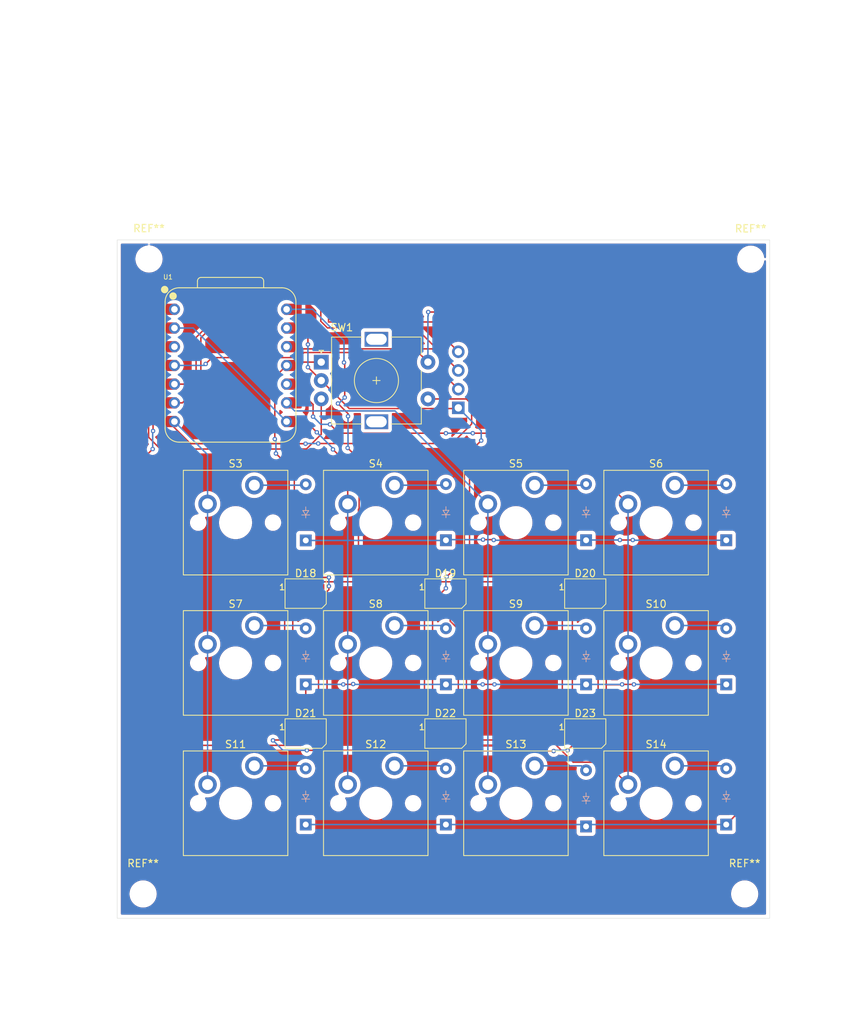
<source format=kicad_pcb>
(kicad_pcb (version 20241229) (generator "pcbnew") (generator_version "9.0")
  (layers (0 "F.Cu" signal) (2 "B.Cu" signal) (13 "F.Paste" user) (15 "B.Paste" user) (5 "F.SilkS" user "F.Silkscreen") (7 "B.SilkS" user "B.Silkscreen") (1 "F.Mask" user) (3 "B.Mask" user) (25 "Edge.Cuts" user))
  (net 0 "")
  (net 1 "ENc_B1")
  (net 2 "Net-(D3-A)")
  (net 3 "Net-(D4-A)")
  (net 4 "Net-(D5-A)")
  (net 5 "Net-(D6-A)")
  (net 6 "Net-(D7-A)")
  (net 7 "Net-(D8-A)")
  (net 8 "Net-(D9-A)")
  (net 9 "Net-(D10-A)")
  (net 10 "Net-(D11-A)")
  (net 11 "Net-(D12-A)")
  (net 12 "Net-(D13-A)")
  (net 13 "Net-(D14-A)")
  (net 14 "Net-(D18-DOUT)")
  (net 15 "SDA_dis")
  (net 16 "VCC_dis")
  (net 17 "ENc_C1")
  (net 18 "SCL_dis")
  (net 19 "Column 0")
  (net 20 "Column 1")
  (net 21 "Column 2")
  (net 22 "Column 3")
  (net 23 "Column_L 0")
  (net 24 "LED_VDD")
  (net 25 "Net-(D19-DOUT)")
  (net 26 "Column_L 2")
  (net 27 "Net-(D17-DOUT)")
  (net 28 "ENc_s2")
  (footprint "LED_SMD:LED_SK6812MINI_PLCC4_3.5x3.5mm_P1.75mm" (layer "F.Cu") (at 170.59 97.225)
    (property "Reference" "D20" (at 0 -2.75 0) (layer "F.SilkS"))
    (property "Value" "SK6812MINI")
    (fp_text user "1" (at -3.2 -0.875 0) (layer "F.SilkS") (effects (font (size 0.8 0.8))))
    (pad "1" smd rect (at -1.75 -0.875) (size 1.6 0.85) (layers "F.Cu" "F.Mask" "F.Paste") (net 27 "Net-(D17-DOUT)"))
    (pad "2" smd rect (at -1.75 0.875) (size 1.6 0.85) (layers "F.Cu" "F.Mask" "F.Paste") (net 17 "ENc_C1"))
    (pad "3" smd rect (at 1.75 0.875) (size 1.6 0.85) (layers "F.Cu" "F.Mask" "F.Paste") (net 26 "Column_L 2"))
    (pad "4" smd rect (at 1.75 -0.875) (size 1.6 0.85) (layers "F.Cu" "F.Mask" "F.Paste") (net 24 "LED_VDD"))
  )
  (footprint "ScottoKeebs_MX:MX_PCB_1.00u" (layer "F.Cu") (at 142.11875 106.64)
    (property "Reference" "S8" (at 0 -8 0) (layer "F.SilkS"))
    (property "Value" "~")
    (pad "" np_thru_hole circle (at -5.08 0) (size 1.75 1.75) (drill 1.75) (layers "*.Cu" "*.Mask"))
    (pad "" np_thru_hole circle (at 0 0) (size 4 4) (drill 4) (layers "*.Cu" "*.Mask"))
    (pad "" np_thru_hole circle (at 5.08 0) (size 1.75 1.75) (drill 1.75) (layers "*.Cu" "*.Mask"))
    (pad "1" thru_hole circle (at -3.81 -2.54) (size 2.5 2.5) (drill 1.5) (layers "*.Cu" "*.Mask") (net 20 "Column 1"))
    (pad "2" thru_hole circle (at 2.54 -5.08) (size 2.5 2.5) (drill 1.5) (layers "*.Cu" "*.Mask") (net 7 "Net-(D8-A)"))
  )
  (footprint "ScottoKeebs_MX:MX_PCB_1.00u" (layer "F.Cu") (at 123.06875 87.59)
    (property "Reference" "S3" (at 0 -8 0) (layer "F.SilkS"))
    (property "Value" "~")
    (pad "" np_thru_hole circle (at -5.08 0) (size 1.75 1.75) (drill 1.75) (layers "*.Cu" "*.Mask"))
    (pad "" np_thru_hole circle (at 0 0) (size 4 4) (drill 4) (layers "*.Cu" "*.Mask"))
    (pad "" np_thru_hole circle (at 5.08 0) (size 1.75 1.75) (drill 1.75) (layers "*.Cu" "*.Mask"))
    (pad "1" thru_hole circle (at -3.81 -2.54) (size 2.5 2.5) (drill 1.5) (layers "*.Cu" "*.Mask") (net 19 "Column 0"))
    (pad "2" thru_hole circle (at 2.54 -5.08) (size 2.5 2.5) (drill 1.5) (layers "*.Cu" "*.Mask") (net 2 "Net-(D3-A)"))
  )
  (footprint "ScottoKeebs_MX:MX_PCB_1.00u" (layer "F.Cu") (at 123.06875 125.69)
    (property "Reference" "S11" (at 0 -8 0) (layer "F.SilkS"))
    (property "Value" "~")
    (pad "" np_thru_hole circle (at -5.08 0) (size 1.75 1.75) (drill 1.75) (layers "*.Cu" "*.Mask"))
    (pad "" np_thru_hole circle (at 0 0) (size 4 4) (drill 4) (layers "*.Cu" "*.Mask"))
    (pad "" np_thru_hole circle (at 5.08 0) (size 1.75 1.75) (drill 1.75) (layers "*.Cu" "*.Mask"))
    (pad "1" thru_hole circle (at -3.81 -2.54) (size 2.5 2.5) (drill 1.5) (layers "*.Cu" "*.Mask") (net 19 "Column 0"))
    (pad "2" thru_hole circle (at 2.54 -5.08) (size 2.5 2.5) (drill 1.5) (layers "*.Cu" "*.Mask") (net 10 "Net-(D11-A)"))
  )
  (footprint "ScottoKeebs_Components:OLED_128x32" (layer "F.Cu") (at 151.74 62.21)
    (property "Reference" "J1" (hide yes))
    (property "Value" "OLED_128x32")
    (pad "1" thru_hole rect (at 1.6 9.8 180) (size 1.7 1.7) (drill 1) (layers "*.Cu" "*.Mask") (net 17 "ENc_C1"))
    (pad "2" thru_hole oval (at 1.6 7.26 180) (size 1.7 1.7) (drill 1) (layers "*.Cu" "*.Mask") (net 16 "VCC_dis"))
    (pad "3" thru_hole oval (at 1.6 4.72 180) (size 1.7 1.7) (drill 1) (layers "*.Cu" "*.Mask") (net 18 "SCL_dis"))
    (pad "4" thru_hole oval (at 1.6 2.18 180) (size 1.7 1.7) (drill 1) (layers "*.Cu" "*.Mask") (net 15 "SDA_dis"))
  )
  (footprint "LED_SMD:LED_SK6812MINI_PLCC4_3.5x3.5mm_P1.75mm" (layer "F.Cu") (at 170.59 116.225)
    (property "Reference" "D23" (at 0 -2.75 0) (layer "F.SilkS"))
    (property "Value" "SK6812MINI")
    (fp_text user "1" (at -3.2 -0.875 0) (layer "F.SilkS") (effects (font (size 0.8 0.8))))
    (pad "1" smd rect (at -1.75 -0.875) (size 1.6 0.85) (layers "F.Cu" "F.Mask" "F.Paste") (net 27 "Net-(D17-DOUT)"))
    (pad "2" smd rect (at -1.75 0.875) (size 1.6 0.85) (layers "F.Cu" "F.Mask" "F.Paste") (net 17 "ENc_C1"))
    (pad "3" smd rect (at 1.75 0.875) (size 1.6 0.85) (layers "F.Cu" "F.Mask" "F.Paste") (net 26 "Column_L 2"))
    (pad "4" smd rect (at 1.75 -0.875) (size 1.6 0.85) (layers "F.Cu" "F.Mask" "F.Paste") (net 24 "LED_VDD"))
  )
  (footprint "ScottoKeebs_MX:MX_PCB_1.00u" (layer "F.Cu") (at 180.21875 87.59)
    (property "Reference" "S6" (at 0 -8 0) (layer "F.SilkS"))
    (property "Value" "~")
    (pad "" np_thru_hole circle (at -5.08 0) (size 1.75 1.75) (drill 1.75) (layers "*.Cu" "*.Mask"))
    (pad "" np_thru_hole circle (at 0 0) (size 4 4) (drill 4) (layers "*.Cu" "*.Mask"))
    (pad "" np_thru_hole circle (at 5.08 0) (size 1.75 1.75) (drill 1.75) (layers "*.Cu" "*.Mask"))
    (pad "1" thru_hole circle (at -3.81 -2.54) (size 2.5 2.5) (drill 1.5) (layers "*.Cu" "*.Mask") (net 22 "Column 3"))
    (pad "2" thru_hole circle (at 2.54 -5.08) (size 2.5 2.5) (drill 1.5) (layers "*.Cu" "*.Mask") (net 5 "Net-(D6-A)"))
  )
  (footprint "ScottoKeebs_MX:MX_PCB_1.00u" (layer "F.Cu") (at 161.16875 87.59)
    (property "Reference" "S5" (at 0 -8 0) (layer "F.SilkS"))
    (property "Value" "~")
    (pad "" np_thru_hole circle (at -5.08 0) (size 1.75 1.75) (drill 1.75) (layers "*.Cu" "*.Mask"))
    (pad "" np_thru_hole circle (at 0 0) (size 4 4) (drill 4) (layers "*.Cu" "*.Mask"))
    (pad "" np_thru_hole circle (at 5.08 0) (size 1.75 1.75) (drill 1.75) (layers "*.Cu" "*.Mask"))
    (pad "1" thru_hole circle (at -3.81 -2.54) (size 2.5 2.5) (drill 1.5) (layers "*.Cu" "*.Mask") (net 21 "Column 2"))
    (pad "2" thru_hole circle (at 2.54 -5.08) (size 2.5 2.5) (drill 1.5) (layers "*.Cu" "*.Mask") (net 4 "Net-(D5-A)"))
  )
  (footprint "MountingHole:MountingHole_3.2mm_M3" (layer "F.Cu") (at 193.08 51.83)
    (property "Reference" "REF**" (at 0 -4.15 0) (layer "F.SilkS"))
    (property "Value" "MountingHole_3.2mm_M3")
    (pad "" np_thru_hole circle (at 0 0) (size 3.2 3.2) (drill 3.2) (layers "*.Cu" "*.Mask"))
  )
  (footprint "LED_SMD:LED_SK6812MINI_PLCC4_3.5x3.5mm_P1.75mm" (layer "F.Cu") (at 132.59 116.225)
    (property "Reference" "D21" (at 0 -2.75 0) (layer "F.SilkS"))
    (property "Value" "SK6812MINI")
    (fp_text user "1" (at -3.2 -0.875 0) (layer "F.SilkS") (effects (font (size 0.8 0.8))))
    (pad "1" smd rect (at -1.75 -0.875) (size 1.6 0.85) (layers "F.Cu" "F.Mask" "F.Paste") (net 14 "Net-(D18-DOUT)"))
    (pad "2" smd rect (at -1.75 0.875) (size 1.6 0.85) (layers "F.Cu" "F.Mask" "F.Paste") (net 17 "ENc_C1"))
    (pad "3" smd rect (at 1.75 0.875) (size 1.6 0.85) (layers "F.Cu" "F.Mask" "F.Paste") (net 23 "Column_L 0"))
    (pad "4" smd rect (at 1.75 -0.875) (size 1.6 0.85) (layers "F.Cu" "F.Mask" "F.Paste") (net 24 "LED_VDD"))
  )
  (footprint "Rotary_Encoder:RotaryEncoder_Alps_EC11E-Switch_Vertical_H20mm" (layer "F.Cu") (at 134.71 65.8)
    (property "Reference" "SW1" (at 2.8 -4.7 0) (layer "F.SilkS"))
    (property "Value" "RotaryEncoder_Switch")
    (pad "A" thru_hole rect (at 0 0) (size 2 2) (drill 1) (layers "*.Cu" "*.Mask") (net 23 "Column_L 0"))
    (pad "B" thru_hole circle (at 0 5) (size 2 2) (drill 1) (layers "*.Cu" "*.Mask") (net 1 "ENc_B1"))
    (pad "C" thru_hole circle (at 0 2.5) (size 2 2) (drill 1) (layers "*.Cu" "*.Mask") (net 17 "ENc_C1"))
    (pad "MP" thru_hole rect (at 7.5 -3.1) (size 3.2 2) (drill oval 2.8 1.5) (layers "*.Cu" "*.Mask"))
    (pad "MP" thru_hole rect (at 7.5 8.1) (size 3.2 2) (drill oval 2.8 1.5) (layers "*.Cu" "*.Mask"))
    (pad "S1" thru_hole circle (at 14.5 5) (size 2 2) (drill 1) (layers "*.Cu" "*.Mask") (net 19 "Column 0"))
    (pad "S2" thru_hole circle (at 14.5 0) (size 2 2) (drill 1) (layers "*.Cu" "*.Mask") (net 28 "ENc_s2"))
  )
  (footprint "ScottoKeebs_MX:MX_PCB_1.00u" (layer "F.Cu") (at 123.06875 106.64)
    (property "Reference" "S7" (at 0 -8 0) (layer "F.SilkS"))
    (property "Value" "~")
    (pad "" np_thru_hole circle (at -5.08 0) (size 1.75 1.75) (drill 1.75) (layers "*.Cu" "*.Mask"))
    (pad "" np_thru_hole circle (at 0 0) (size 4 4) (drill 4) (layers "*.Cu" "*.Mask"))
    (pad "" np_thru_hole circle (at 5.08 0) (size 1.75 1.75) (drill 1.75) (layers "*.Cu" "*.Mask"))
    (pad "1" thru_hole circle (at -3.81 -2.54) (size 2.5 2.5) (drill 1.5) (layers "*.Cu" "*.Mask") (net 19 "Column 0"))
    (pad "2" thru_hole circle (at 2.54 -5.08) (size 2.5 2.5) (drill 1.5) (layers "*.Cu" "*.Mask") (net 6 "Net-(D7-A)"))
  )
  (footprint "ScottoKeebs_MX:MX_PCB_1.00u" (layer "F.Cu") (at 180.21875 106.64)
    (property "Reference" "S10" (at 0 -8 0) (layer "F.SilkS"))
    (property "Value" "~")
    (pad "" np_thru_hole circle (at -5.08 0) (size 1.75 1.75) (drill 1.75) (layers "*.Cu" "*.Mask"))
    (pad "" np_thru_hole circle (at 0 0) (size 4 4) (drill 4) (layers "*.Cu" "*.Mask"))
    (pad "" np_thru_hole circle (at 5.08 0) (size 1.75 1.75) (drill 1.75) (layers "*.Cu" "*.Mask"))
    (pad "1" thru_hole circle (at -3.81 -2.54) (size 2.5 2.5) (drill 1.5) (layers "*.Cu" "*.Mask") (net 22 "Column 3"))
    (pad "2" thru_hole circle (at 2.54 -5.08) (size 2.5 2.5) (drill 1.5) (layers "*.Cu" "*.Mask") (net 9 "Net-(D10-A)"))
  )
  (footprint "Seeed Studio XIAO Series Library:XIAO-RP2040-DIP" (layer "F.Cu") (at 122.38 66.250341)
    (property "Reference" "U1" (at -8.5 -12 0) (layer "F.SilkS") (effects (font (size 0.635 0.635) (thickness 0.1016))))
    (property "Value" "XIAO-RP2040-DIP")
    (pad "1" smd roundrect (at -8.455 -7.62 180) (size 2.432 1.524) (layers "F.Cu" "F.Mask") (roundrect_rratio 0.1) (net 1 "ENc_B1"))
    (pad "1" thru_hole circle (at -7.62 -7.62 180) (size 1.524 1.524) (drill 0.889) (layers "*.Cu" "*.Mask") (net 1 "ENc_B1"))
    (pad "2" smd roundrect (at -8.455 -5.08 180) (size 2.432 1.524) (layers "F.Cu" "F.Mask") (roundrect_rratio 0.1) (net 20 "Column 1"))
    (pad "2" thru_hole circle (at -7.62 -5.08 180) (size 1.524 1.524) (drill 0.889) (layers "*.Cu" "*.Mask") (net 20 "Column 1"))
    (pad "3" smd roundrect (at -8.455 -2.54 180) (size 2.432 1.524) (layers "F.Cu" "F.Mask") (roundrect_rratio 0.1) (net 26 "Column_L 2"))
    (pad "3" thru_hole circle (at -7.62 -2.54 180) (size 1.524 1.524) (drill 0.889) (layers "*.Cu" "*.Mask") (net 26 "Column_L 2"))
    (pad "4" smd roundrect (at -8.455 0 180) (size 2.432 1.524) (layers "F.Cu" "F.Mask") (roundrect_rratio 0.1) (net 28 "ENc_s2"))
    (pad "4" thru_hole circle (at -7.62 0 180) (size 1.524 1.524) (drill 0.889) (layers "*.Cu" "*.Mask") (net 28 "ENc_s2"))
    (pad "5" smd roundrect (at -8.455 2.54 180) (size 2.432 1.524) (layers "F.Cu" "F.Mask") (roundrect_rratio 0.1) (net 15 "SDA_dis"))
    (pad "5" thru_hole circle (at -7.62 2.54 180) (size 1.524 1.524) (drill 0.889) (layers "*.Cu" "*.Mask") (net 15 "SDA_dis"))
    (pad "6" smd roundrect (at -8.455 5.08 180) (size 2.432 1.524) (layers "F.Cu" "F.Mask") (roundrect_rratio 0.1) (net 18 "SCL_dis"))
    (pad "6" thru_hole circle (at -7.62 5.08 180) (size 1.524 1.524) (drill 0.889) (layers "*.Cu" "*.Mask") (net 18 "SCL_dis"))
    (pad "7" smd roundrect (at -8.455 7.62 180) (size 2.432 1.524) (layers "F.Cu" "F.Mask") (roundrect_rratio 0.1) (net 19 "Column 0"))
    (pad "7" thru_hole circle (at -7.62 7.62 180) (size 1.524 1.524) (drill 0.889) (layers "*.Cu" "*.Mask") (net 19 "Column 0"))
    (pad "8" thru_hole circle (at 7.62 7.62) (size 1.524 1.524) (drill 0.889) (layers "*.Cu" "*.Mask") (net 20 "Column 1"))
    (pad "8" smd roundrect (at 8.455 7.62) (size 2.432 1.524) (layers "F.Cu" "F.Mask") (roundrect_rratio 0.1) (net 20 "Column 1"))
    (pad "9" thru_hole circle (at 7.62 5.08) (size 1.524 1.524) (drill 0.889) (layers "*.Cu" "*.Mask") (net 21 "Column 2"))
    (pad "9" smd roundrect (at 8.455 5.08) (size 2.432 1.524) (layers "F.Cu" "F.Mask") (roundrect_rratio 0.1) (net 21 "Column 2"))
    (pad "10" thru_hole circle (at 7.62 2.54) (size 1.524 1.524) (drill 0.889) (layers "*.Cu" "*.Mask") (net 22 "Column 3"))
    (pad "10" smd roundrect (at 8.455 2.54) (size 2.432 1.524) (layers "F.Cu" "F.Mask") (roundrect_rratio 0.1) (net 22 "Column 3"))
    (pad "11" thru_hole circle (at 7.62 0) (size 1.524 1.524) (drill 0.889) (layers "*.Cu" "*.Mask") (net 23 "Column_L 0"))
    (pad "11" smd roundrect (at 8.455 0) (size 2.432 1.524) (layers "F.Cu" "F.Mask") (roundrect_rratio 0.1) (net 23 "Column_L 0"))
    (pad "12" thru_hole circle (at 7.62 -2.54) (size 1.524 1.524) (drill 0.889) (layers "*.Cu" "*.Mask") (net 16 "VCC_dis"))
    (pad "12" smd roundrect (at 8.455 -2.54) (size 2.432 1.524) (layers "F.Cu" "F.Mask") (roundrect_rratio 0.1) (net 16 "VCC_dis"))
    (pad "13" thru_hole circle (at 7.62 -5.08) (size 1.524 1.524) (drill 0.889) (layers "*.Cu" "*.Mask") (net 17 "ENc_C1"))
    (pad "13" smd roundrect (at 8.455 -5.08) (size 2.432 1.524) (layers "F.Cu" "F.Mask") (roundrect_rratio 0.1) (net 17 "ENc_C1"))
    (pad "14" thru_hole circle (at 7.62 -7.62) (size 1.524 1.524) (drill 0.889) (layers "*.Cu" "*.Mask") (net 24 "LED_VDD"))
    (pad "14" smd roundrect (at 8.455 -7.62) (size 2.432 1.524) (layers "F.Cu" "F.Mask") (roundrect_rratio 0.1) (net 24 "LED_VDD"))
  )
  (footprint "ScottoKeebs_MX:MX_PCB_1.00u" (layer "F.Cu") (at 161.16875 125.69)
    (property "Reference" "S13" (at 0 -8 0) (layer "F.SilkS"))
    (property "Value" "~")
    (pad "" np_thru_hole circle (at -5.08 0) (size 1.75 1.75) (drill 1.75) (layers "*.Cu" "*.Mask"))
    (pad "" np_thru_hole circle (at 0 0) (size 4 4) (drill 4) (layers "*.Cu" "*.Mask"))
    (pad "" np_thru_hole circle (at 5.08 0) (size 1.75 1.75) (drill 1.75) (layers "*.Cu" "*.Mask"))
    (pad "1" thru_hole circle (at -3.81 -2.54) (size 2.5 2.5) (drill 1.5) (layers "*.Cu" "*.Mask") (net 21 "Column 2"))
    (pad "2" thru_hole circle (at 2.54 -5.08) (size 2.5 2.5) (drill 1.5) (layers "*.Cu" "*.Mask") (net 12 "Net-(D13-A)"))
  )
  (footprint "MountingHole:MountingHole_3.2mm_M3" (layer "F.Cu") (at 110.5 138)
    (property "Reference" "REF**" (at 0 -4.15 0) (layer "F.SilkS"))
    (property "Value" "MountingHole_3.2mm_M3")
    (pad "" np_thru_hole circle (at 0 0) (size 3.2 3.2) (drill 3.2) (layers "*.Cu" "*.Mask"))
  )
  (footprint "MountingHole:MountingHole_3.2mm_M3" (layer "F.Cu") (at 192.26 138)
    (property "Reference" "REF**" (at 0 -4.15 0) (layer "F.SilkS"))
    (property "Value" "MountingHole_3.2mm_M3")
    (pad "" np_thru_hole circle (at 0 0) (size 3.2 3.2) (drill 3.2) (layers "*.Cu" "*.Mask"))
  )
  (footprint "ScottoKeebs_MX:MX_PCB_1.00u" (layer "F.Cu") (at 161.16875 106.64)
    (property "Reference" "S9" (at 0 -8 0) (layer "F.SilkS"))
    (property "Value" "~")
    (pad "" np_thru_hole circle (at -5.08 0) (size 1.75 1.75) (drill 1.75) (layers "*.Cu" "*.Mask"))
    (pad "" np_thru_hole circle (at 0 0) (size 4 4) (drill 4) (layers "*.Cu" "*.Mask"))
    (pad "" np_thru_hole circle (at 5.08 0) (size 1.75 1.75) (drill 1.75) (layers "*.Cu" "*.Mask"))
    (pad "1" thru_hole circle (at -3.81 -2.54) (size 2.5 2.5) (drill 1.5) (layers "*.Cu" "*.Mask") (net 21 "Column 2"))
    (pad "2" thru_hole circle (at 2.54 -5.08) (size 2.5 2.5) (drill 1.5) (layers "*.Cu" "*.Mask") (net 8 "Net-(D9-A)"))
  )
  (footprint "ScottoKeebs_MX:MX_PCB_1.00u" (layer "F.Cu") (at 142.11875 125.69)
    (property "Reference" "S12" (at 0 -8 0) (layer "F.SilkS"))
    (property "Value" "~")
    (pad "" np_thru_hole circle (at -5.08 0) (size 1.75 1.75) (drill 1.75) (layers "*.Cu" "*.Mask"))
    (pad "" np_thru_hole circle (at 0 0) (size 4 4) (drill 4) (layers "*.Cu" "*.Mask"))
    (pad "" np_thru_hole circle (at 5.08 0) (size 1.75 1.75) (drill 1.75) (layers "*.Cu" "*.Mask"))
    (pad "1" thru_hole circle (at -3.81 -2.54) (size 2.5 2.5) (drill 1.5) (layers "*.Cu" "*.Mask") (net 20 "Column 1"))
    (pad "2" thru_hole circle (at 2.54 -5.08) (size 2.5 2.5) (drill 1.5) (layers "*.Cu" "*.Mask") (net 11 "Net-(D12-A)"))
  )
  (footprint "LED_SMD:LED_SK6812MINI_PLCC4_3.5x3.5mm_P1.75mm" (layer "F.Cu") (at 132.59 97.225)
    (property "Reference" "D18" (at 0 -2.75 0) (layer "F.SilkS"))
    (property "Value" "SK6812MINI")
    (fp_text user "1" (at -3.2 -0.875 0) (layer "F.SilkS") (effects (font (size 0.8 0.8))))
    (pad "1" smd rect (at -1.75 -0.875) (size 1.6 0.85) (layers "F.Cu" "F.Mask" "F.Paste") (net 14 "Net-(D18-DOUT)"))
    (pad "2" smd rect (at -1.75 0.875) (size 1.6 0.85) (layers "F.Cu" "F.Mask" "F.Paste") (net 17 "ENc_C1"))
    (pad "3" smd rect (at 1.75 0.875) (size 1.6 0.85) (layers "F.Cu" "F.Mask" "F.Paste") (net 23 "Column_L 0"))
    (pad "4" smd rect (at 1.75 -0.875) (size 1.6 0.85) (layers "F.Cu" "F.Mask" "F.Paste") (net 24 "LED_VDD"))
  )
  (footprint "ScottoKeebs_MX:MX_PCB_1.00u" (layer "F.Cu") (at 180.21875 125.69)
    (property "Reference" "S14" (at 0 -8 0) (layer "F.SilkS"))
    (property "Value" "~")
    (pad "" np_thru_hole circle (at -5.08 0) (size 1.75 1.75) (drill 1.75) (layers "*.Cu" "*.Mask"))
    (pad "" np_thru_hole circle (at 0 0) (size 4 4) (drill 4) (layers "*.Cu" "*.Mask"))
    (pad "" np_thru_hole circle (at 5.08 0) (size 1.75 1.75) (drill 1.75) (layers "*.Cu" "*.Mask"))
    (pad "1" thru_hole circle (at -3.81 -2.54) (size 2.5 2.5) (drill 1.5) (layers "*.Cu" "*.Mask") (net 22 "Column 3"))
    (pad "2" thru_hole circle (at 2.54 -5.08) (size 2.5 2.5) (drill 1.5) (layers "*.Cu" "*.Mask") (net 13 "Net-(D14-A)"))
  )
  (footprint "ScottoKeebs_MX:MX_PCB_1.00u" (layer "F.Cu") (at 142.11875 87.59)
    (property "Reference" "S4" (at 0 -8 0) (layer "F.SilkS"))
    (property "Value" "~")
    (pad "" np_thru_hole circle (at -5.08 0) (size 1.75 1.75) (drill 1.75) (layers "*.Cu" "*.Mask"))
    (pad "" np_thru_hole circle (at 0 0) (size 4 4) (drill 4) (layers "*.Cu" "*.Mask"))
    (pad "" np_thru_hole circle (at 5.08 0) (size 1.75 1.75) (drill 1.75) (layers "*.Cu" "*.Mask"))
    (pad "1" thru_hole circle (at -3.81 -2.54) (size 2.5 2.5) (drill 1.5) (layers "*.Cu" "*.Mask") (net 20 "Column 1"))
    (pad "2" thru_hole circle (at 2.54 -5.08) (size 2.5 2.5) (drill 1.5) (layers "*.Cu" "*.Mask") (net 3 "Net-(D4-A)"))
  )
  (footprint "MountingHole:MountingHole_3.2mm_M3" (layer "F.Cu") (at 111.3 51.8)
    (property "Reference" "REF**" (at 0 -4.15 0) (layer "F.SilkS"))
    (property "Value" "MountingHole_3.2mm_M3")
    (pad "" np_thru_hole circle (at 0 0) (size 3.2 3.2) (drill 3.2) (layers "*.Cu" "*.Mask"))
  )
  (footprint "LED_SMD:LED_SK6812MINI_PLCC4_3.5x3.5mm_P1.75mm" (layer "F.Cu") (at 151.59 116.225)
    (property "Reference" "D22" (at 0 -2.75 0) (layer "F.SilkS"))
    (property "Value" "SK6812MINI")
    (fp_text user "1" (at -3.2 -0.875 0) (layer "F.SilkS") (effects (font (size 0.8 0.8))))
    (pad "1" smd rect (at -1.75 -0.875) (size 1.6 0.85) (layers "F.Cu" "F.Mask" "F.Paste") (net 25 "Net-(D19-DOUT)"))
    (pad "2" smd rect (at -1.75 0.875) (size 1.6 0.85) (layers "F.Cu" "F.Mask" "F.Paste") (net 17 "ENc_C1"))
    (pad "3" smd rect (at 1.75 0.875) (size 1.6 0.85) (layers "F.Cu" "F.Mask" "F.Paste") (net 22 "Column 3"))
    (pad "4" smd rect (at 1.75 -0.875) (size 1.6 0.85) (layers "F.Cu" "F.Mask" "F.Paste") (net 24 "LED_VDD"))
  )
  (footprint "LED_SMD:LED_SK6812MINI_PLCC4_3.5x3.5mm_P1.75mm" (layer "F.Cu") (at 151.59 97.225)
    (property "Reference" "D19" (at 0 -2.75 0) (layer "F.SilkS"))
    (property "Value" "SK6812MINI")
    (fp_text user "1" (at -3.2 -0.875 0) (layer "F.SilkS") (effects (font (size 0.8 0.8))))
    (pad "1" smd rect (at -1.75 -0.875) (size 1.6 0.85) (layers "F.Cu" "F.Mask" "F.Paste") (net 25 "Net-(D19-DOUT)"))
    (pad "2" smd rect (at -1.75 0.875) (size 1.6 0.85) (layers "F.Cu" "F.Mask" "F.Paste") (net 17 "ENc_C1"))
    (pad "3" smd rect (at 1.75 0.875) (size 1.6 0.85) (layers "F.Cu" "F.Mask" "F.Paste") (net 22 "Column 3"))
    (pad "4" smd rect (at 1.75 -0.875) (size 1.6 0.85) (layers "F.Cu" "F.Mask" "F.Paste") (net 24 "LED_VDD"))
  )
  (footprint "ScottoKeebs_Components:Diode_DO-35" (layer "B.Cu") (at 151.650768 128.578784 90)
    (property "Reference" "D12" (hide yes))
    (property "Value" "~" (hide yes))
    (pad "1" thru_hole rect (at 0 0 90) (size 1.6 1.6) (drill 0.8) (layers "*.Cu" "*.Mask") (net 28 "ENc_s2"))
    (pad "2" thru_hole oval (at 7.62 0 90) (size 1.6 1.6) (drill 0.8) (layers "*.Cu" "*.Mask") (net 11 "Net-(D12-A)"))
  )
  (footprint "ScottoKeebs_Components:Diode_DO-35" (layer "B.Cu") (at 170.706003 109.554955 90)
    (property "Reference" "D9" (hide yes))
    (property "Value" "~" (hide yes))
    (pad "1" thru_hole rect (at 0 0 90) (size 1.6 1.6) (drill 0.8) (layers "*.Cu" "*.Mask") (net 26 "Column_L 2"))
    (pad "2" thru_hole oval (at 7.62 0 90) (size 1.6 1.6) (drill 0.8) (layers "*.Cu" "*.Mask") (net 8 "Net-(D9-A)"))
  )
  (footprint "ScottoKeebs_Components:Diode_DO-35" (layer "B.Cu") (at 170.706003 89.981598 90)
    (property "Reference" "D5" (hide yes))
    (property "Value" "~" (hide yes))
    (pad "1" thru_hole rect (at 0 0 90) (size 1.6 1.6) (drill 0.8) (layers "*.Cu" "*.Mask") (net 20 "Column 1"))
    (pad "2" thru_hole oval (at 7.62 0 90) (size 1.6 1.6) (drill 0.8) (layers "*.Cu" "*.Mask") (net 4 "Net-(D5-A)"))
  )
  (footprint "ScottoKeebs_Components:Diode_DO-35" (layer "B.Cu") (at 132.606003 90.01 90)
    (property "Reference" "D3" (hide yes))
    (property "Value" "~" (hide yes))
    (pad "1" thru_hole rect (at 0 0 90) (size 1.6 1.6) (drill 0.8) (layers "*.Cu" "*.Mask") (net 20 "Column 1"))
    (pad "2" thru_hole oval (at 7.62 0 90) (size 1.6 1.6) (drill 0.8) (layers "*.Cu" "*.Mask") (net 2 "Net-(D3-A)"))
  )
  (footprint "ScottoKeebs_Components:Diode_DO-35" (layer "B.Cu") (at 189.750768 128.578784 90)
    (property "Reference" "D14" (hide yes))
    (property "Value" "~" (hide yes))
    (pad "1" thru_hole rect (at 0 0 90) (size 1.6 1.6) (drill 0.8) (layers "*.Cu" "*.Mask") (net 28 "ENc_s2"))
    (pad "2" thru_hole oval (at 7.62 0 90) (size 1.6 1.6) (drill 0.8) (layers "*.Cu" "*.Mask") (net 13 "Net-(D14-A)"))
  )
  (footprint "ScottoKeebs_Components:Diode_DO-35" (layer "B.Cu") (at 151.656003 109.554955 90)
    (property "Reference" "D8" (hide yes))
    (property "Value" "~" (hide yes))
    (pad "1" thru_hole rect (at 0 0 90) (size 1.6 1.6) (drill 0.8) (layers "*.Cu" "*.Mask") (net 26 "Column_L 2"))
    (pad "2" thru_hole oval (at 7.62 0 90) (size 1.6 1.6) (drill 0.8) (layers "*.Cu" "*.Mask") (net 7 "Net-(D8-A)"))
  )
  (footprint "ScottoKeebs_Components:Diode_DO-35" (layer "B.Cu") (at 189.756003 109.554955 90)
    (property "Reference" "D10" (hide yes))
    (property "Value" "~" (hide yes))
    (pad "1" thru_hole rect (at 0 0 90) (size 1.6 1.6) (drill 0.8) (layers "*.Cu" "*.Mask") (net 26 "Column_L 2"))
    (pad "2" thru_hole oval (at 7.62 0 90) (size 1.6 1.6) (drill 0.8) (layers "*.Cu" "*.Mask") (net 9 "Net-(D10-A)"))
  )
  (footprint "ScottoKeebs_Components:Diode_DO-35" (layer "B.Cu") (at 170.700768 128.836784 90)
    (property "Reference" "D13" (hide yes))
    (property "Value" "~" (hide yes))
    (pad "1" thru_hole rect (at 0 0 90) (size 1.6 1.6) (drill 0.8) (layers "*.Cu" "*.Mask") (net 28 "ENc_s2"))
    (pad "2" thru_hole oval (at 7.62 0 90) (size 1.6 1.6) (drill 0.8) (layers "*.Cu" "*.Mask") (net 12 "Net-(D13-A)"))
  )
  (footprint "ScottoKeebs_Components:Diode_DO-35" (layer "B.Cu") (at 132.600768 128.578784 90)
    (property "Reference" "D11" (hide yes))
    (property "Value" "~" (hide yes))
    (pad "1" thru_hole rect (at 0 0 90) (size 1.6 1.6) (drill 0.8) (layers "*.Cu" "*.Mask") (net 28 "ENc_s2"))
    (pad "2" thru_hole oval (at 7.62 0 90) (size 1.6 1.6) (drill 0.8) (layers "*.Cu" "*.Mask") (net 10 "Net-(D11-A)"))
  )
  (footprint "ScottoKeebs_Components:Diode_DO-35" (layer "B.Cu") (at 189.756003 89.981598 90)
    (property "Reference" "D6" (hide yes))
    (property "Value" "~" (hide yes))
    (pad "1" thru_hole rect (at 0 0 90) (size 1.6 1.6) (drill 0.8) (layers "*.Cu" "*.Mask") (net 20 "Column 1"))
    (pad "2" thru_hole oval (at 7.62 0 90) (size 1.6 1.6) (drill 0.8) (layers "*.Cu" "*.Mask") (net 5 "Net-(D6-A)"))
  )
  (footprint "ScottoKeebs_Components:Diode_DO-35" (layer "B.Cu") (at 132.606003 109.554955 90)
    (property "Reference" "D7" (hide yes))
    (property "Value" "~" (hide yes))
    (pad "1" thru_hole rect (at 0 0 90) (size 1.6 1.6) (drill 0.8) (layers "*.Cu" "*.Mask") (net 26 "Column_L 2"))
    (pad "2" thru_hole oval (at 7.62 0 90) (size 1.6 1.6) (drill 0.8) (layers "*.Cu" "*.Mask") (net 6 "Net-(D7-A)"))
  )
  (footprint "ScottoKeebs_Components:Diode_DO-35" (layer "B.Cu") (at 151.656003 89.981598 90)
    (property "Reference" "D4" (hide yes))
    (property "Value" "~" (hide yes))
    (pad "1" thru_hole rect (at 0 0 90) (size 1.6 1.6) (drill 0.8) (layers "*.Cu" "*.Mask") (net 20 "Column 1"))
    (pad "2" thru_hole oval (at 7.62 0 90) (size 1.6 1.6) (drill 0.8) (layers "*.Cu" "*.Mask") (net 3 "Net-(D4-A)"))
  )
  (gr_rect (start 106.98 49.21) (end 195.66 141.31) (stroke (width 0.05)) (fill no) (layer "Edge.Cuts"))
  (segment (start 134.71 75.59) (end 132.7 77.6) (width 0.2) (layer "F.Cu") (net 1))
  (segment (start 132.7 77.6) (end 112.85 77.6) (width 0.2) (layer "F.Cu") (net 1))
  (segment (start 111.25 76) (end 111.25 60.1) (width 0.2) (layer "F.Cu") (net 1))
  (segment (start 134.71 70.8) (end 134.71 75.59) (width 0.2) (layer "F.Cu") (net 1))
  (segment (start 111.25 60.1) (end 111.8 59.55) (width 0.2) (layer "F.Cu") (net 1))
  (segment (start 113.005341 59.55) (end 113.925 58.630341) (width 0.2) (layer "F.Cu") (net 1))
  (segment (start 112.85 77.6) (end 111.25 76) (width 0.2) (layer "F.Cu") (net 1))
  (segment (start 111.8 59.55) (end 113.005341 59.55) (width 0.2) (layer "F.Cu") (net 1))
  (segment (start 132.278155 82.51) (end 132.606003 82.837848) (width 0.2) (layer "B.Cu") (net 2))
  (segment (start 125.60875 82.51) (end 132.278155 82.51) (width 0.2) (layer "B.Cu") (net 2))
  (segment (start 144.65875 82.51) (end 151.507601 82.51) (width 0.2) (layer "B.Cu") (net 3))
  (segment (start 151.507601 82.51) (end 151.656003 82.361598) (width 0.2) (layer "B.Cu") (net 3))
  (segment (start 170.557601 82.51) (end 170.706003 82.361598) (width 0.2) (layer "B.Cu") (net 4))
  (segment (start 163.70875 82.51) (end 170.557601 82.51) (width 0.2) (layer "B.Cu") (net 4))
  (segment (start 182.75875 82.51) (end 189.607601 82.51) (width 0.2) (layer "B.Cu") (net 5))
  (segment (start 189.607601 82.51) (end 189.756003 82.361598) (width 0.2) (layer "B.Cu") (net 5))
  (segment (start 132.231048 101.56) (end 132.606003 101.934955) (width 0.2) (layer "B.Cu") (net 6))
  (segment (start 125.60875 101.56) (end 132.231048 101.56) (width 0.2) (layer "B.Cu") (net 6))
  (segment (start 144.65875 101.56) (end 151.281048 101.56) (width 0.2) (layer "B.Cu") (net 7))
  (segment (start 151.281048 101.56) (end 151.656003 101.934955) (width 0.2) (layer "B.Cu") (net 7))
  (segment (start 163.70875 101.56) (end 170.331048 101.56) (width 0.2) (layer "B.Cu") (net 8))
  (segment (start 170.331048 101.56) (end 170.706003 101.934955) (width 0.2) (layer "B.Cu") (net 8))
  (segment (start 182.75875 101.56) (end 189.381048 101.56) (width 0.2) (layer "B.Cu") (net 9))
  (segment (start 189.381048 101.56) (end 189.756003 101.934955) (width 0.2) (layer "B.Cu") (net 9))
  (segment (start 125.60875 120.61) (end 132.251984 120.61) (width 0.2) (layer "B.Cu") (net 10))
  (segment (start 132.251984 120.61) (end 132.600768 120.958784) (width 0.2) (layer "B.Cu") (net 10))
  (segment (start 151.301984 120.61) (end 151.650768 120.958784) (width 0.2) (layer "B.Cu") (net 11))
  (segment (start 144.65875 120.61) (end 151.301984 120.61) (width 0.2) (layer "B.Cu") (net 11))
  (segment (start 163.70875 120.61) (end 170.093984 120.61) (width 0.2) (layer "B.Cu") (net 12))
  (segment (start 170.093984 120.61) (end 170.700768 121.216784) (width 0.2) (layer "B.Cu") (net 12))
  (segment (start 182.75875 120.61) (end 189.401984 120.61) (width 0.2) (layer "B.Cu") (net 13))
  (segment (start 189.401984 120.61) (end 189.750768 120.958784) (width 0.2) (layer "B.Cu") (net 13))
  (segment (start 129.739 114.249) (end 130.84 115.35) (width 0.2) (layer "F.Cu") (net 14))
  (segment (start 129.739 97.451) (end 129.739 114.249) (width 0.2) (layer "F.Cu") (net 14))
  (segment (start 130.84 96.35) (end 129.739 97.451) (width 0.2) (layer "F.Cu") (net 14))
  (segment (start 123.65 56.5) (end 117.7 62.45) (width 0.2) (layer "F.Cu") (net 15))
  (segment (start 135.7 57.9) (end 134.3 56.5) (width 0.2) (layer "F.Cu") (net 15))
  (segment (start 117.7 68.15) (end 117.059659 68.790341) (width 0.2) (layer "F.Cu") (net 15))
  (segment (start 135.7 60.35) (end 135.7 57.9) (width 0.2) (layer "F.Cu") (net 15))
  (segment (start 150.3 60.35) (end 135.7 60.35) (width 0.2) (layer "F.Cu") (net 15))
  (segment (start 117.7 62.45) (end 117.7 68.15) (width 0.2) (layer "F.Cu") (net 15))
  (segment (start 117.059659 68.790341) (end 114.76 68.790341) (width 0.2) (layer "F.Cu") (net 15))
  (segment (start 153.34 64.39) (end 151.45 62.5) (width 0.2) (layer "F.Cu") (net 15))
  (segment (start 151.45 61.5) (end 150.3 60.35) (width 0.2) (layer "F.Cu") (net 15))
  (segment (start 151.45 62.5) (end 151.45 61.5) (width 0.2) (layer "F.Cu") (net 15))
  (segment (start 134.3 56.5) (end 123.65 56.5) (width 0.2) (layer "F.Cu") (net 15))
  (segment (start 151.4 65.6) (end 149.801 64.001) (width 0.2) (layer "F.Cu") (net 16))
  (segment (start 153.34 69.47) (end 151.4 67.53) (width 0.2) (layer "F.Cu") (net 16))
  (segment (start 131.125659 64.001) (end 130.835 63.710341) (width 0.2) (layer "F.Cu") (net 16))
  (segment (start 151.4 67.53) (end 151.4 65.6) (width 0.2) (layer "F.Cu") (net 16))
  (segment (start 149.801 64.001) (end 131.125659 64.001) (width 0.2) (layer "F.Cu") (net 16))
  (segment (start 154.86275 91.83725) (end 154.86275 78.03725) (width 0.2) (layer "F.Cu") (net 17))
  (segment (start 169.941 115.999) (end 168.84 117.1) (width 0.2) (layer "F.Cu") (net 17))
  (segment (start 151.34 118.6) (end 149.84 117.1) (width 0.2) (layer "F.Cu") (net 17))
  (segment (start 151.75 94.95) (end 154.86275 91.83725) (width 0.2) (layer "F.Cu") (net 17))
  (segment (start 148.44 118.5) (end 132.75 118.5) (width 0.2) (layer "F.Cu") (net 17))
  (segment (start 132.320341 61.170341) (end 130.835 61.170341) (width 0.2) (layer "F.Cu") (net 17))
  (segment (start 150.941 115.999) (end 149.84 117.1) (width 0.2) (layer "F.Cu") (net 17))
  (segment (start 131.941 115.999) (end 130.84 117.1) (width 0.2) (layer "F.Cu") (net 17))
  (segment (start 149.84 98.1) (end 150.05 98.1) (width 0.2) (layer "F.Cu") (net 17))
  (segment (start 138.511 72.101) (end 134.71 68.3) (width 0.2) (layer "F.Cu") (net 17))
  (segment (start 132.9 63.401) (end 132.9 61.75) (width 0.2) (layer "F.Cu") (net 17))
  (segment (start 154.86275 78.03725) (end 156.45 76.45) (width 0.2) (layer "F.Cu") (net 17))
  (segment (start 132.9 61.75) (end 132.320341 61.170341) (width 0.2) (layer "F.Cu") (net 17))
  (segment (start 130.84 98.1) (end 130.84 113.523) (width 0.2) (layer "F.Cu") (net 17))
  (segment (start 130.84 113.523) (end 131.941 114.624) (width 0.2) (layer "F.Cu") (net 17))
  (segment (start 168.84 117.1) (end 168.84 117.86) (width 0.2) (layer "F.Cu") (net 17))
  (segment (start 168.84 112.69) (end 169.941 113.791) (width 0.2) (layer "F.Cu") (net 17))
  (segment (start 150.941 114.624) (end 150.941 115.999) (width 0.2) (layer "F.Cu") (net 17))
  (segment (start 166.3 118.6) (end 151.34 118.6) (width 0.2) (layer "F.Cu") (net 17))
  (segment (start 128.2 117.1) (end 130.84 117.1) (width 0.2) (layer "F.Cu") (net 17))
  (segment (start 168.84 98.1) (end 168.84 112.69) (width 0.2) (layer "F.Cu") (net 17))
  (segment (start 169.941 113.791) (end 169.941 115.999) (width 0.2) (layer "F.Cu") (net 17))
  (segment (start 128.15 117.15) (end 128.2 117.1) (width 0.2) (layer "F.Cu") (net 17))
  (segment (start 149.84 98.1) (end 149.84 113.523) (width 0.2) (layer "F.Cu") (net 17))
  (segment (start 131.941 114.624) (end 131.941 115.999) (width 0.2) (layer "F.Cu") (net 17))
  (segment (start 149.84 117.1) (end 148.44 118.5) (width 0.2) (layer "F.Cu") (net 17))
  (segment (start 153.249 72.101) (end 138.511 72.101) (width 0.2) (layer "F.Cu") (net 17))
  (segment (start 168.84 117.86) (end 168.193782 118.506218) (width 0.2) (layer "F.Cu") (net 17))
  (segment (start 150.05 98.1) (end 151.65 96.5) (width 0.2) (layer "F.Cu") (net 17))
  (segment (start 149.84 113.523) (end 150.941 114.624) (width 0.2) (layer "F.Cu") (net 17))
  (segment (start 134.71 68.3) (end 132.9 66.49) (width 0.2) (layer "F.Cu") (net 17))
  (segment (start 153.34 72.01) (end 153.249 72.101) (width 0.2) (layer "F.Cu") (net 17))
  (via (at 166.3 118.6) (size 0.6) (drill 0.3) (layers "F.Cu" "B.Cu") (net 17))
  (via (at 151.75 94.95) (size 0.6) (drill 0.3) (layers "F.Cu" "B.Cu") (net 17))
  (via (at 156.45 76.45) (size 0.6) (drill 0.3) (layers "F.Cu" "B.Cu") (net 17))
  (via (at 132.75 118.5) (size 0.6) (drill 0.3) (layers "F.Cu" "B.Cu") (net 17))
  (via (at 151.65 96.5) (size 0.6) (drill 0.3) (layers "F.Cu" "B.Cu") (net 17))
  (via (at 168.193782 118.506218) (size 0.6) (drill 0.3) (layers "F.Cu" "B.Cu") (net 17))
  (via (at 128.15 117.15) (size 0.6) (drill 0.3) (layers "F.Cu" "B.Cu") (net 17))
  (via (at 132.9 66.49) (size 0.6) (drill 0.3) (layers "F.Cu" "B.Cu") (net 17))
  (via (at 132.9 63.401) (size 0.6) (drill 0.3) (layers "F.Cu" "B.Cu") (net 17))
  (segment (start 168.193782 118.506218) (end 166.393782 118.506218) (width 0.2) (layer "B.Cu") (net 17))
  (segment (start 151.65 96.5) (end 151.65 95.05) (width 0.2) (layer "B.Cu") (net 17))
  (segment (start 156.45 75.12) (end 153.34 72.01) (width 0.2) (layer "B.Cu") (net 17))
  (segment (start 132.75 118.5) (end 129.5 118.5) (width 0.2) (layer "B.Cu") (net 17))
  (segment (start 129.5 118.5) (end 128.15 117.15) (width 0.2) (layer "B.Cu") (net 17))
  (segment (start 151.65 95.05) (end 151.75 94.95) (width 0.2) (layer "B.Cu") (net 17))
  (segment (start 156.45 76.45) (end 156.45 75.12) (width 0.2) (layer "B.Cu") (net 17))
  (segment (start 132.9 66.49) (end 132.9 63.401) (width 0.2) (layer "B.Cu") (net 17))
  (segment (start 166.393782 118.506218) (end 166.3 118.6) (width 0.2) (layer "B.Cu") (net 17))
  (segment (start 133.1 57) (end 123.85 57) (width 0.2) (layer "F.Cu") (net 18))
  (segment (start 147.512 61.102) (end 136.548 61.102) (width 0.2) (layer "F.Cu") (net 18))
  (segment (start 118.35 68.817971) (end 115.83763 71.330341) (width 0.2) (layer "F.Cu") (net 18))
  (segment (start 123.85 57) (end 118.35 62.5) (width 0.2) (layer "F.Cu") (net 18))
  (segment (start 135.55 61.15) (end 134.65 60.25) (width 0.2) (layer "F.Cu") (net 18))
  (segment (start 118.35 62.5) (end 118.35 68.817971) (width 0.2) (layer "F.Cu") (net 18))
  (segment (start 134.65 58.55) (end 133.1 57) (width 0.2) (layer "F.Cu") (net 18))
  (segment (start 136.548 61.102) (end 136.5 61.15) (width 0.2) (layer "F.Cu") (net 18))
  (segment (start 153.34 66.93) (end 147.512 61.102) (width 0.2) (layer "F.Cu") (net 18))
  (segment (start 136.5 61.15) (end 135.55 61.15) (width 0.2) (layer "F.Cu") (net 18))
  (segment (start 115.83763 71.330341) (end 114.76 71.330341) (width 0.2) (layer "F.Cu") (net 18))
  (segment (start 134.65 60.25) (end 134.65 58.55) (width 0.2) (layer "F.Cu") (net 18))
  (segment (start 132.575735 76.875735) (end 116.930394 76.875735) (width 0.2) (layer "F.Cu") (net 19))
  (segment (start 116.930394 76.875735) (end 113.925 73.870341) (width 0.2) (layer "F.Cu") (net 19))
  (segment (start 155.15 74.2) (end 152.5 76.85) (width 0.2) (layer "F.Cu") (net 19))
  (segment (start 149.21 70.8) (end 154.432 70.8) (width 0.2) (layer "F.Cu") (net 19))
  (segment (start 154.432 70.8) (end 155.15 71.518) (width 0.2) (layer "F.Cu") (net 19))
  (segment (start 155.15 71.518) (end 155.15 74.2) (width 0.2) (layer "F.Cu") (net 19))
  (segment (start 152.5 76.85) (end 134.3 76.85) (width 0.2) (layer "F.Cu") (net 19))
  (via (at 134.3 76.85) (size 0.6) (drill 0.3) (layers "F.Cu" "B.Cu") (net 19))
  (via (at 132.575735 76.875735) (size 0.6) (drill 0.3) (layers "F.Cu" "B.Cu") (net 19))
  (segment (start 119.25875 85.05) (end 119.25875 123.15) (width 0.2) (layer "B.Cu") (net 19))
  (segment (start 119.25875 85.05) (end 119.25875 78.369091) (width 0.2) (layer "B.Cu") (net 19))
  (segment (start 132.60147 76.85) (end 132.575735 76.875735) (width 0.2) (layer "B.Cu") (net 19))
  (segment (start 134.3 76.85) (end 132.60147 76.85) (width 0.2) (layer "B.Cu") (net 19))
  (segment (start 119.25875 78.369091) (end 114.76 73.870341) (width 0.2) (layer "B.Cu") (net 19))
  (segment (start 134.11 75.325735) (end 132.654606 73.870341) (width 0.2) (layer "F.Cu") (net 20))
  (segment (start 138.30875 79.65875) (end 136.3 77.65) (width 0.2) (layer "F.Cu") (net 20))
  (segment (start 156.7 89.9) (end 158.1 89.9) (width 0.2) (layer "F.Cu") (net 20))
  (segment (start 158.1 89.9) (end 158.15 89.95) (width 0.2) (layer "F.Cu") (net 20))
  (segment (start 175.3 89.95) (end 177.05 89.95) (width 0.2) (layer "F.Cu") (net 20))
  (segment (start 138.30875 85.05) (end 138.30875 79.65875) (width 0.2) (layer "F.Cu") (net 20))
  (segment (start 132.654606 73.870341) (end 130.835 73.870341) (width 0.2) (layer "F.Cu") (net 20))
  (via (at 158.15 89.95) (size 0.6) (drill 0.3) (layers "F.Cu" "B.Cu") (net 20))
  (via (at 136.3 77.65) (size 0.6) (drill 0.3) (layers "F.Cu" "B.Cu") (net 20))
  (via (at 134.11 75.325735) (size 0.6) (drill 0.3) (layers "F.Cu" "B.Cu") (net 20))
  (via (at 156.7 89.9) (size 0.6) (drill 0.3) (layers "F.Cu" "B.Cu") (net 20))
  (via (at 177.05 89.95) (size 0.6) (drill 0.3) (layers "F.Cu" "B.Cu") (net 20))
  (via (at 175.3 89.95) (size 0.6) (drill 0.3) (layers "F.Cu" "B.Cu") (net 20))
  (segment (start 170.737601 89.95) (end 175.3 89.95) (width 0.2) (layer "B.Cu") (net 20))
  (segment (start 151.627601 90.01) (end 151.656003 89.981598) (width 0.2) (layer "B.Cu") (net 20))
  (segment (start 158.15 89.95) (end 158.181598 89.981598) (width 0.2) (layer "B.Cu") (net 20))
  (segment (start 117.3 61.170341) (end 114.76 61.170341) (width 0.2) (layer "B.Cu") (net 20))
  (segment (start 136.3 77.65) (end 136.3 77.515735) (width 0.2) (layer "B.Cu") (net 20))
  (segment (start 158.181598 89.981598) (end 170.706003 89.981598) (width 0.2) (layer "B.Cu") (net 20))
  (segment (start 151.737601 89.9) (end 156.7 89.9) (width 0.2) (layer "B.Cu") (net 20))
  (segment (start 177.05 89.95) (end 177.3 89.95) (width 0.2) (layer "B.Cu") (net 20))
  (segment (start 170.706003 89.981598) (end 170.737601 89.95) (width 0.2) (layer "B.Cu") (net 20))
  (segment (start 130 73.870341) (end 117.3 61.170341) (width 0.2) (layer "B.Cu") (net 20))
  (segment (start 138.30875 90.5) (end 138.30875 123.15) (width 0.2) (layer "B.Cu") (net 20))
  (segment (start 132.606003 90.01) (end 151.627601 90.01) (width 0.2) (layer "B.Cu") (net 20))
  (segment (start 177.331598 89.981598) (end 189.756003 89.981598) (width 0.2) (layer "B.Cu") (net 20))
  (segment (start 138.30875 85.05) (end 138.30875 90.5) (width 0.2) (layer "B.Cu") (net 20))
  (segment (start 151.656003 89.981598) (end 151.737601 89.9) (width 0.2) (layer "B.Cu") (net 20))
  (segment (start 136.3 77.515735) (end 134.11 75.325735) (width 0.2) (layer "B.Cu") (net 20))
  (segment (start 177.3 89.95) (end 177.331598 89.981598) (width 0.2) (layer "B.Cu") (net 20))
  (segment (start 157.35875 85.05) (end 144.733485 72.424735) (width 0.2) (layer "B.Cu") (net 21))
  (segment (start 157.35875 85.05) (end 157.35875 123.15) (width 0.2) (layer "B.Cu") (net 21))
  (segment (start 144.733485 72.424735) (end 131.094394 72.424735) (width 0.2) (layer "B.Cu") (net 21))
  (segment (start 131.094394 72.424735) (end 130 71.330341) (width 0.2) (layer "B.Cu") (net 21))
  (segment (start 168.954818 120.115784) (end 173.374534 120.115784) (width 0.2) (layer "F.Cu") (net 22))
  (segment (start 154.441 99.201) (end 154.441 115.999) (width 0.2) (layer "F.Cu") (net 22))
  (segment (start 137.1 75.45) (end 135.9 74.25) (width 0.2) (layer "F.Cu") (net 22))
  (segment (start 153.34 98.1) (end 154.441 99.201) (width 0.2) (layer "F.Cu") (net 22))
  (segment (start 166.80875 75.45) (end 155.3 75.45) (width 0.2) (layer "F.Cu") (net 22))
  (segment (start 151.65 75.45) (end 137.1 75.45) (width 0.2) (layer "F.Cu") (net 22))
  (segment (start 176.40875 85.05) (end 166.80875 75.45) (width 0.2) (layer "F.Cu") (net 22))
  (segment (start 153.34 117.1) (end 165.939034 117.1) (width 0.2) (layer "F.Cu") (net 22))
  (segment (start 133.6 73.2) (end 133.6 71.555341) (width 0.2) (layer "F.Cu") (net 22))
  (segment (start 165.939034 117.1) (end 168.954818 120.115784) (width 0.2) (layer "F.Cu") (net 22))
  (segment (start 154.441 115.999) (end 153.34 117.1) (width 0.2) (layer "F.Cu") (net 22))
  (segment (start 133.6 71.555341) (end 130.835 68.790341) (width 0.2) (layer "F.Cu") (net 22))
  (segment (start 173.374534 120.115784) (end 176.40875 123.15) (width 0.2) (layer "F.Cu") (net 22))
  (via (at 133.6 73.2) (size 0.6) (drill 0.3) (layers "F.Cu" "B.Cu") (net 22))
  (via (at 155.3 75.45) (size 0.6) (drill 0.3) (layers "F.Cu" "B.Cu") (net 22))
  (via (at 135.9 74.25) (size 0.6) (drill 0.3) (layers "F.Cu" "B.Cu") (net 22))
  (via (at 151.65 75.45) (size 0.6) (drill 0.3) (layers "F.Cu" "B.Cu") (net 22))
  (segment (start 155.3 75.45) (end 151.65 75.45) (width 0.2) (layer "B.Cu") (net 22))
  (segment (start 176.40875 85.05) (end 176.40875 123.15) (width 0.2) (layer "B.Cu") (net 22))
  (segment (start 134.65 74.25) (end 133.6 73.2) (width 0.2) (layer "B.Cu") (net 22))
  (segment (start 135.9 74.25) (end 134.65 74.25) (width 0.2) (layer "B.Cu") (net 22))
  (segment (start 128.4 67.850341) (end 130 66.250341) (width 0.2) (layer "F.Cu") (net 23))
  (segment (start 133.424 95.024) (end 131.05 92.65) (width 0.2) (layer "F.Cu") (net 23))
  (segment (start 135.75 96.69) (end 135.75 96.224) (width 0.2) (layer "F.Cu") (net 23))
  (segment (start 135.5 115.94) (end 134.34 117.1) (width 0.2) (layer "F.Cu") (net 23))
  (segment (start 131.05 92.65) (end 131.05 80.7) (width 0.2) (layer "F.Cu") (net 23))
  (segment (start 134.34 98.1) (end 135.5 99.26) (width 0.2) (layer "F.Cu") (net 23))
  (segment (start 135.75 95.024) (end 133.424 95.024) (width 0.2) (layer "F.Cu") (net 23))
  (segment (start 128.4 76.25) (end 128.4 67.850341) (width 0.2) (layer "F.Cu") (net 23))
  (segment (start 131.05 80.7) (end 128.55 78.2) (width 0.2) (layer "F.Cu") (net 23))
  (segment (start 134.71 65.8) (end 131.285341 65.8) (width 0.2) (layer "F.Cu") (net 23))
  (segment (start 131.285341 65.8) (end 130.835 66.250341) (width 0.2) (layer "F.Cu") (net 23))
  (segment (start 134.34 98.1) (end 135.75 96.69) (width 0.2) (layer "F.Cu") (net 23))
  (segment (start 135.5 99.26) (end 135.5 115.94) (width 0.2) (layer "F.Cu") (net 23))
  (via (at 135.75 95.024) (size 0.6) (drill 0.3) (layers "F.Cu" "B.Cu") (net 23))
  (via (at 128.4 76.25) (size 0.6) (drill 0.3) (layers "F.Cu" "B.Cu") (net 23))
  (via (at 135.75 96.224) (size 0.6) (drill 0.3) (layers "F.Cu" "B.Cu") (net 23))
  (via (at 128.55 78.2) (size 0.6) (drill 0.3) (layers "F.Cu" "B.Cu") (net 23))
  (segment (start 128.55 78.2) (end 128.55 76.4) (width 0.2) (layer "B.Cu") (net 23))
  (segment (start 135.75 96.224) (end 135.75 95.024) (width 0.2) (layer "B.Cu") (net 23))
  (segment (start 128.55 76.4) (end 128.4 76.25) (width 0.2) (layer "B.Cu") (net 23))
  (segment (start 143.15 95.624) (end 152.614 95.624) (width 0.2) (layer "F.Cu") (net 24))
  (segment (start 135.066 95.624) (end 143.15 95.624) (width 0.2) (layer "F.Cu") (net 24))
  (segment (start 133.239 98.826) (end 134.34 99.927) (width 0.2) (layer "F.Cu") (net 24))
  (segment (start 154.066 95.624) (end 171.614 95.624) (width 0.2) (layer "F.Cu") (net 24))
  (segment (start 134.34 96.35) (end 133.239 97.451) (width 0.2) (layer "F.Cu") (net 24))
  (segment (start 138.35 73.15) (end 138.35 72.78853) (width 0.2) (layer "F.Cu") (net 24))
  (segment (start 153.34 96.35) (end 154.066 95.624) (width 0.2) (layer "F.Cu") (net 24))
  (segment (start 134.34 96.35) (end 135.066 95.624) (width 0.2) (layer "F.Cu") (net 24))
  (segment (start 152.239049 97.450951) (end 152.239049 100.960951) (width 0.2) (layer "F.Cu") (net 24))
  (segment (start 143.15 95.624) (end 139.76775 92.24175) (width 0.2) (layer "F.Cu") (net 24))
  (segment (start 172.34 99.927) (end 172.34 115.35) (width 0.2) (layer "F.Cu") (net 24))
  (segment (start 172.34 96.35) (end 171.239 97.451) (width 0.2) (layer "F.Cu") (net 24))
  (segment (start 171.239 97.451) (end 171.239 98.826) (width 0.2) (layer "F.Cu") (net 24))
  (segment (start 134.34 99.927) (end 134.34 115.35) (width 0.2) (layer "F.Cu") (net 24))
  (segment (start 139.76775 92.24175) (end 139.76775 85.784446) (width 0.2) (layer "F.Cu") (net 24))
  (segment (start 133.239 97.451) (end 133.239 98.826) (width 0.2) (layer "F.Cu") (net 24))
  (segment (start 153.34 102.061902) (end 153.34 115.35) (width 0.2) (layer "F.Cu") (net 24))
  (segment (start 137.9 65.95) (end 137.8 65.85) (width 0.2) (layer "F.Cu") (net 24))
  (segment (start 171.614 95.624) (end 172.34 96.35) (width 0.2) (layer "F.Cu") (net 24))
  (segment (start 153.34 96.35) (end 152.239049 97.450951) (width 0.2) (layer "F.Cu") (net 24))
  (segment (start 138.35 72.78853) (end 136.980735 71.419265) (width 0.2) (layer "F.Cu") (net 24))
  (segment (start 139.85975 79.00975) (end 138.3 77.45) (width 0.2) (layer "F.Cu") (net 24))
  (segment (start 137.9 70.6) (end 137.9 65.95) (width 0.2) (layer "F.Cu") (net 24))
  (segment (start 152.614 95.624) (end 153.34 96.35) (width 0.2) (layer "F.Cu") (net 24))
  (segment (start 152.239049 100.960951) (end 153.34 102.061902) (width 0.2) (layer "F.Cu") (net 24))
  (segment (start 139.85975 85.692446) (end 139.85975 79.00975) (width 0.2) (layer "F.Cu") (net 24))
  (segment (start 139.76775 85.784446) (end 139.85975 85.692446) (width 0.2) (layer "F.Cu") (net 24))
  (segment (start 171.239 98.826) (end 172.34 99.927) (width 0.2) (layer "F.Cu") (net 24))
  (via (at 137.9 70.6) (size 0.6) (drill 0.3) (layers "F.Cu" "B.Cu") (net 24))
  (via (at 138.3 77.45) (size 0.6) (drill 0.3) (layers "F.Cu" "B.Cu") (net 24))
  (via (at 137.8 65.85) (size 0.6) (drill 0.3) (layers "F.Cu" "B.Cu") (net 24))
  (via (at 138.35 73.15) (size 0.6) (drill 0.3) (layers "F.Cu" "B.Cu") (net 24))
  (via (at 136.980735 71.419265) (size 0.6) (drill 0.3) (layers "F.Cu" "B.Cu") (net 24))
  (segment (start 138.35 77.4) (end 138.35 73.15) (width 0.2) (layer "B.Cu") (net 24))
  (segment (start 133.530341 58.630341) (end 130 58.630341) (width 0.2) (layer "B.Cu") (net 24))
  (segment (start 138.3 77.45) (end 138.35 77.4) (width 0.2) (layer "B.Cu") (net 24))
  (segment (start 136.980735 71.419265) (end 137.080735 71.419265) (width 0.2) (layer "B.Cu") (net 24))
  (segment (start 137.8 62.9) (end 133.530341 58.630341) (width 0.2) (layer "B.Cu") (net 24))
  (segment (start 137.8 65.85) (end 137.8 62.9) (width 0.2) (layer "B.Cu") (net 24))
  (segment (start 137.080735 71.419265) (end 137.9 70.6) (width 0.2) (layer "B.Cu") (net 24))
  (segment (start 148.739 114.249) (end 149.84 115.35) (width 0.2) (layer "F.Cu") (net 25))
  (segment (start 148.739 97.451) (end 148.739 114.249) (width 0.2) (layer "F.Cu") (net 25))
  (segment (start 149.84 96.35) (end 148.739 97.451) (width 0.2) (layer "F.Cu") (net 25))
  (segment (start 132.606003 109.554955) (end 132.606003 117.160997) (width 0.2) (layer "F.Cu") (net 26))
  (segment (start 173.441 109.6) (end 175.55 109.6) (width 0.2) (layer "F.Cu") (net 26))
  (segment (start 112.35 115.3) (end 110.849 113.799) (width 0.2) (layer "F.Cu") (net 26))
  (segment (start 111.85 75.15) (end 111.85 65.785341) (width 0.2) (layer "F.Cu") (net 26))
  (segment (start 132.606003 117.160997) (end 131.941 117.826) (width 0.2) (layer "F.Cu") (net 26))
  (segment (start 137.70875 109.55) (end 139 109.55) (width 0.2) (layer "F.Cu") (net 26))
  (segment (start 111.85 65.785341) (end 113.925 63.710341) (width 0.2) (layer "F.Cu") (net 26))
  (segment (start 173.441 115.999) (end 172.34 117.1) (width 0.2) (layer "F.Cu") (net 26))
  (segment (start 173.441 99.201) (end 173.441 109.6) (width 0.2) (layer "F.Cu") (net 26))
  (segment (start 156.65 109.55) (end 158.25 109.55) (width 0.2) (layer "F.Cu") (net 26))
  (segment (start 114.876 117.826) (end 112.35 115.3) (width 0.2) (layer "F.Cu") (net 26))
  (segment (start 172.34 98.1) (end 173.441 99.201) (width 0.2) (layer "F.Cu") (net 26))
  (segment (start 131.941 117.826) (end 114.876 117.826) (width 0.2) (layer "F.Cu") (net 26))
  (segment (start 110.849 113.799) (end 110.849 78.551) (width 0.2) (layer "F.Cu") (net 26))
  (segment (start 110.849 78.551) (end 111.8 77.6) (width 0.2) (layer "F.Cu") (net 26))
  (segment (start 175.55 109.6) (end 175.6 109.55) (width 0.2) (layer "F.Cu") (net 26))
  (segment (start 173.441 109.6) (end 173.441 115.999) (width 0.2) (layer "F.Cu") (net 26))
  (segment (start 175.6 109.55) (end 177.2 109.55) (width 0.2) (layer "F.Cu") (net 26))
  (segment (start 139 109.55) (end 139.05 109.5) (width 0.2) (layer "F.Cu") (net 26))
  (via (at 158.25 109.55) (size 0.6) (drill 0.3) (layers "F.Cu" "B.Cu") (net 26))
  (via (at 137.70875 109.55) (size 0.6) (drill 0.3) (layers "F.Cu" "B.Cu") (net 26))
  (via (at 111.85 75.15) (size 0.6) (drill 0.3) (layers "F.Cu" "B.Cu") (net 26))
  (via (at 111.8 77.6) (size 0.6) (drill 0.3) (layers "F.Cu" "B.Cu") (net 26))
  (via (at 177.2 109.55) (size 0.6) (drill 0.3) (layers "F.Cu" "B.Cu") (net 26))
  (via (at 156.65 109.55) (size 0.6) (drill 0.3) (layers "F.Cu" "B.Cu") (net 26))
  (via (at 139.05 109.5) (size 0.6) (drill 0.3) (layers "F.Cu" "B.Cu") (net 26))
  (via (at 175.6 109.55) (size 0.6) (drill 0.3) (layers "F.Cu" "B.Cu") (net 26))
  (segment (start 158.604955 109.554955) (end 170.706003 109.554955) (width 0.2) (layer "B.Cu") (net 26))
  (segment (start 177.5 109.55) (end 177.504955 109.554955) (width 0.2) (layer "B.Cu") (net 26))
  (segment (start 132.610958 109.55) (end 137.70875 109.55) (width 0.2) (layer "B.Cu") (net 26))
  (segment (start 177.2 109.55) (end 177.5 109.55) (width 0.2) (layer "B.Cu") (net 26))
  (segment (start 175.595045 109.554955) (end 175.6 109.55) (width 0.2) (layer "B.Cu") (net 26))
  (segment (start 170.706003 109.554955) (end 175.595045 109.554955) (width 0.2) (layer "B.Cu") (net 26))
  (segment (start 158.6 109.55) (end 158.604955 109.554955) (width 0.2) (layer "B.Cu") (net 26))
  (segment (start 177.504955 109.554955) (end 189.756003 109.554955) (width 0.2) (layer "B.Cu") (net 26))
  (segment (start 156.645045 109.554955) (end 156.65 109.55) (width 0.2) (layer "B.Cu") (net 26))
  (segment (start 111.8 77.6) (end 111.8 75.2) (width 0.2) (layer "B.Cu") (net 26))
  (segment (start 139.05 109.5) (end 139.104955 109.554955) (width 0.2) (layer "B.Cu") (net 26))
  (segment (start 151.656003 109.554955) (end 156.645045 109.554955) (width 0.2) (layer "B.Cu") (net 26))
  (segment (start 139.104955 109.554955) (end 151.656003 109.554955) (width 0.2) (layer "B.Cu") (net 26))
  (segment (start 111.8 75.2) (end 111.85 75.15) (width 0.2) (layer "B.Cu") (net 26))
  (segment (start 158.25 109.55) (end 158.6 109.55) (width 0.2) (layer "B.Cu") (net 26))
  (segment (start 132.606003 109.554955) (end 132.610958 109.55) (width 0.2) (layer "B.Cu") (net 26))
  (segment (start 168.84 96.35) (end 167.47475 97.71525) (width 0.2) (layer "F.Cu") (net 27))
  (segment (start 167.47475 97.71525) (end 167.47475 113.98475) (width 0.2) (layer "F.Cu") (net 27))
  (segment (start 167.47475 113.98475) (end 168.84 115.35) (width 0.2) (layer "F.Cu") (net 27))
  (segment (start 188.6 59) (end 149.25 59) (width 0.2) (layer "F.Cu") (net 28))
  (segment (start 119.862659 65.187341) (end 119 66.05) (width 0.2) (layer "F.Cu") (net 28))
  (segment (start 189.750768 128.578784) (end 191.95 126.379552) (width 0.2) (layer "F.Cu") (net 28))
  (segment (start 132.364966 64.499) (end 131.676625 65.187341) (width 0.2) (layer "F.Cu") (net 28))
  (segment (start 147.909 64.499) (end 132.364966 64.499) (width 0.2) (layer "F.Cu") (net 28))
  (segment (start 131.676625 65.187341) (end 119.862659 65.187341) (width 0.2) (layer "F.Cu") (net 28))
  (segment (start 191.95 126.379552) (end 191.95 63.05) (width 0.2) (layer "F.Cu") (net 28))
  (segment (start 189.95 60.35) (end 188.6 59) (width 0.2) (layer "F.Cu") (net 28))
  (segment (start 149.21 65.8) (end 147.909 64.499) (width 0.2) (layer "F.Cu") (net 28))
  (segment (start 191.95 62.35) (end 189.95 60.35) (width 0.2) (layer "F.Cu") (net 28))
  (segment (start 191.95 63.05) (end 191.95 62.35) (width 0.2) (layer "F.Cu") (net 28))
  (via (at 149.25 59) (size 0.6) (drill 0.3) (layers "F.Cu" "B.Cu") (net 28))
  (via (at 119 66.05) (size 0.6) (drill 0.3) (layers "F.Cu" "B.Cu") (net 28))
  (segment (start 119 66.05) (end 118.799659 66.250341) (width 0.2) (layer "B.Cu") (net 28))
  (segment (start 149.21 59.54) (end 149.21 65.8) (width 0.2) (layer "B.Cu") (net 28))
  (segment (start 149.25 59.5) (end 149.21 59.54) (width 0.2) (layer "B.Cu") (net 28))
  (segment (start 149.25 59) (end 149.25 59.5) (width 0.2) (layer "B.Cu") (net 28))
  (segment (start 118.799659 66.250341) (end 114.76 66.250341) (width 0.2) (layer "B.Cu") (net 28))
  (segment (start 132.600768 128.578784) (end 189.750768 128.578784) (width 0.2) (layer "B.Cu") (net 28))
  (zone (net 0) (net_name "") (layers "F.Cu" "B.Cu") (connect_pads (clearance 0.5)) (min_thickness 0.25) (fill yes (thermal_gap 0.5) (thermal_bridge_width 0.5) (island_removal_mode 1) (island_area_min 10))
    (polygon (pts (xy 96.54 16.64) (xy 208.09 17.17) (xy 204.64 153.64) (xy 91.05 155.63)))
  )
)
</source>
